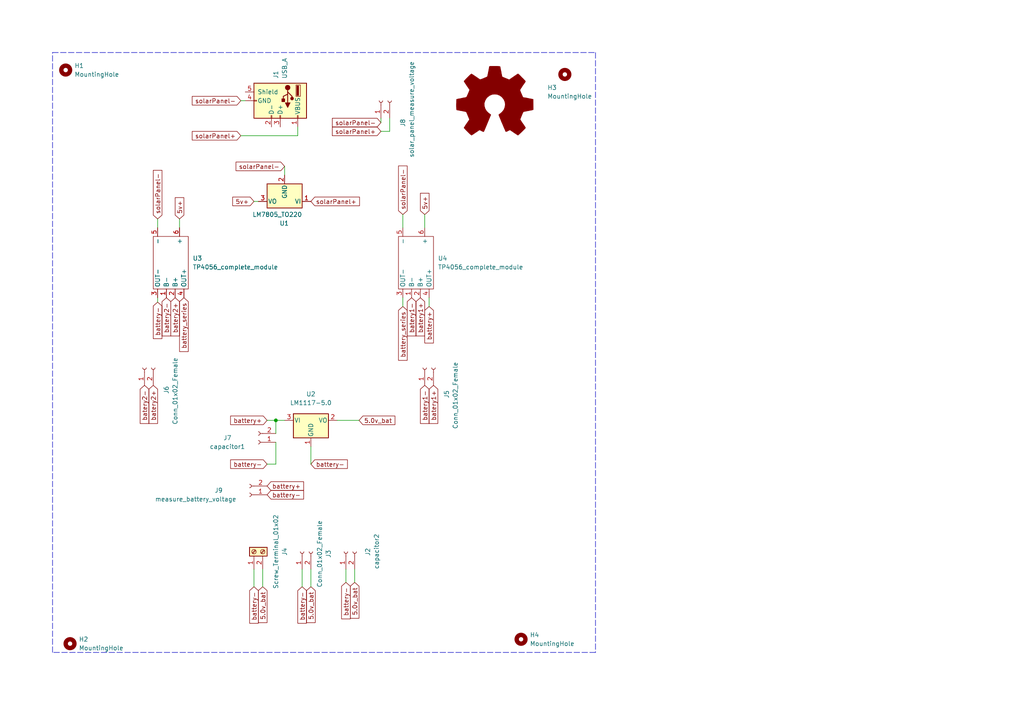
<source format=kicad_sch>
(kicad_sch (version 20211123) (generator eeschema)
  (paper "A4")
  (lib_symbols
    (symbol "Connector:Conn_01x02_Female" (pin_names (offset 1.016) hide)
      (property "Reference" "J" (at 0 2.54 0))
      (property "Value" "Conn_01x02_Female" (at 0 -5.08 0))
      (symbol "Conn_01x02_Female_1_1"
        (arc (start 0 -2.032) (mid -0.508 -2.54) (end 0 -3.048) (stroke (width 0.1524)))
        (polyline (pts (xy -1.27 -2.54) (xy -0.508 -2.54)) (stroke (width 0.1524)))
        (polyline (pts (xy -1.27 0) (xy -0.508 0)) (stroke (width 0.1524)))
        (arc (start 0 0.508) (mid -0.508 0) (end 0 -0.508) (stroke (width 0.1524)))
        (pin passive line (at -5.08 0 0) (length 3.81) (name "Pin_1") (number "1"))
        (pin passive line (at -5.08 -2.54 0) (length 3.81) (name "Pin_2") (number "2"))
      )
    )
    (symbol "Connector:Screw_Terminal_01x02" (pin_names (offset 1.016) hide)
      (property "Reference" "J" (at 0 2.54 0))
      (property "Value" "Screw_Terminal_01x02" (at 0 -5.08 0))
      (symbol "Screw_Terminal_01x02_1_1"
        (rectangle (start -1.27 1.27) (end 1.27 -3.81) (stroke (width 0.254)) (fill (type background)))
        (circle (center 0 -2.54) (radius 0.635) (stroke (width 0.1524)))
        (polyline (pts (xy -0.5334 -2.2098) (xy 0.3302 -3.048)) (stroke (width 0.1524)))
        (polyline (pts (xy -0.5334 0.3302) (xy 0.3302 -0.508)) (stroke (width 0.1524)))
        (polyline (pts (xy -0.3556 -2.032) (xy 0.508 -2.8702)) (stroke (width 0.1524)))
        (polyline (pts (xy -0.3556 0.508) (xy 0.508 -0.3302)) (stroke (width 0.1524)))
        (circle (center 0 0) (radius 0.635) (stroke (width 0.1524)))
        (pin passive line (at -5.08 0 0) (length 3.81) (name "Pin_1") (number "1"))
        (pin passive line (at -5.08 -2.54 0) (length 3.81) (name "Pin_2") (number "2"))
      )
    )
    (symbol "Connector:USB_A" (pin_names (offset 1.016))
      (property "Reference" "J" (at -5.08 11.43 0))
      (property "Value" "USB_A" (at -5.08 8.89 0))
      (symbol "USB_A_0_1"
        (rectangle (start -5.08 -7.62) (end 5.08 7.62) (stroke (width 0.254)) (fill (type background)))
        (circle (center -3.81 2.159) (radius 0.635) (stroke (width 0.254)) (fill (type outline)))
        (rectangle (start -1.524 4.826) (end -4.318 5.334) (fill (type outline)))
        (rectangle (start -1.27 4.572) (end -4.572 5.842))
        (circle (center -0.635 3.429) (radius 0.381) (stroke (width 0.254)) (fill (type outline)))
        (rectangle (start -0.127 -7.62) (end 0.127 -6.858))
        (polyline (pts (xy -3.175 2.159) (xy -2.54 2.159) (xy -1.27 3.429) (xy -0.635 3.429)) (stroke (width 0.254)))
        (polyline (pts (xy -2.54 2.159) (xy -1.905 2.159) (xy -1.27 0.889) (xy 0 0.889)) (stroke (width 0.254)))
        (polyline (pts (xy 0.635 2.794) (xy 0.635 1.524) (xy 1.905 2.159) (xy 0.635 2.794)) (stroke (width 0.254)) (fill (type outline)))
        (rectangle (start 0.254 1.27) (end -0.508 0.508) (stroke (width 0.254)) (fill (type outline)))
        (rectangle (start 5.08 -2.667) (end 4.318 -2.413))
        (rectangle (start 5.08 -0.127) (end 4.318 0.127))
        (rectangle (start 5.08 4.953) (end 4.318 5.207))
      )
      (symbol "USB_A_1_1"
        (polyline (pts (xy -1.905 2.159) (xy 0.635 2.159)) (stroke (width 0.254)))
        (pin power_in line (at 7.62 5.08 180) (length 2.54) (name "VBUS") (number "1"))
        (pin bidirectional line (at 7.62 -2.54 180) (length 2.54) (name "D-") (number "2"))
        (pin bidirectional line (at 7.62 0 180) (length 2.54) (name "D+") (number "3"))
        (pin power_in line (at 0 -10.16 90) (length 2.54) (name "GND") (number "4"))
        (pin passive line (at -2.54 -10.16 90) (length 2.54) (name "Shield") (number "5"))
      )
    )
    (symbol "Graphic:Logo_Open_Hardware_Large" (pin_names (offset 1.016))
      (symbol "Logo_Open_Hardware_Large_1_1"
        (polyline (pts (xy 6.731 -8.7122) (xy 6.6294 -8.6614) (xy 6.35 -8.4836) (xy 5.9944 -8.255) (xy 5.5372 -7.9502) (xy 5.1054 -7.6454) (xy 4.7498 -7.4168) (xy 4.4958 -7.239) (xy 4.3942 -7.1882) (xy 4.318 -7.2136) (xy 4.1148 -7.3152) (xy 3.81 -7.4676) (xy 3.6322 -7.5692) (xy 3.3528 -7.6708) (xy 3.2258 -7.6962) (xy 3.2004 -7.6708) (xy 3.0988 -7.4676) (xy 2.9464 -7.0866) (xy 2.7178 -6.604) (xy 2.4892 -6.0452) (xy 2.2352 -5.4356) (xy 1.9558 -4.826) (xy 1.7272 -4.2164) (xy 1.4986 -3.683) (xy 1.3208 -3.2512) (xy 1.2192 -2.9464) (xy 1.1684 -2.8194) (xy 1.1938 -2.794) (xy 1.3208 -2.667) (xy 1.5748 -2.4892) (xy 2.0828 -2.0574) (xy 2.6162 -1.397) (xy 2.921 -0.6604) (xy 3.048 0.1524) (xy 2.9464 0.9144) (xy 2.6416 1.6256) (xy 2.1336 2.286) (xy 1.524 2.7686) (xy 0.8128 3.0734) (xy 0 3.175) (xy -0.762 3.0988) (xy -1.4986 2.794) (xy -2.159 2.286) (xy -2.4384 1.9812) (xy -2.8194 1.3208) (xy -3.048 0.6096) (xy -3.0734 0.4318) (xy -3.0226 -0.3556) (xy -2.794 -1.0922) (xy -2.3876 -1.7526) (xy -1.8288 -2.3114) (xy -1.7526 -2.3622) (xy -1.4732 -2.5654) (xy -1.2954 -2.6924) (xy -1.1684 -2.8194) (xy -2.159 -5.207) (xy -2.3114 -5.588) (xy -2.5908 -6.2484) (xy -2.8194 -6.8072) (xy -3.0226 -7.2644) (xy -3.1496 -7.5692) (xy -3.2258 -7.6708) (xy -3.2258 -7.6962) (xy -3.302 -7.6962) (xy -3.4798 -7.6454) (xy -3.8354 -7.4676) (xy -4.0386 -7.366) (xy -4.2926 -7.239) (xy -4.4196 -7.1882) (xy -4.5212 -7.239) (xy -4.7498 -7.3914) (xy -5.1054 -7.6454) (xy -5.5372 -7.9248) (xy -5.9436 -8.2042) (xy -6.3246 -8.4582) (xy -6.604 -8.636) (xy -6.731 -8.7122) (xy -6.7564 -8.7122) (xy -6.858 -8.636) (xy -7.0866 -8.4582) (xy -7.4168 -8.1534) (xy -7.874 -7.6962) (xy -7.9502 -7.62) (xy -8.3312 -7.239) (xy -8.636 -6.9088) (xy -8.8392 -6.6802) (xy -8.9154 -6.5786) (xy -8.9154 -6.5786) (xy -8.8392 -6.4516) (xy -8.6614 -6.1722) (xy -8.4328 -5.7912) (xy -8.128 -5.3594) (xy -7.3152 -4.191) (xy -7.7724 -3.0988) (xy -7.8994 -2.7686) (xy -8.0772 -2.3622) (xy -8.2042 -2.0828) (xy -8.255 -1.9558) (xy -8.382 -1.905) (xy -8.6614 -1.8542) (xy -9.0932 -1.7526) (xy -9.6266 -1.651) (xy -10.1092 -1.5748) (xy -10.541 -1.4732) (xy -10.8712 -1.4224) (xy -11.0236 -1.397) (xy -11.049 -1.3716) (xy -11.0744 -1.2954) (xy -11.0998 -1.143) (xy -11.0998 -0.889) (xy -11.1252 -0.4572) (xy -11.1252 0.1524) (xy -11.1252 0.2286) (xy -11.0998 0.8128) (xy -11.0998 1.27) (xy -11.0744 1.5494) (xy -11.0744 1.6764) (xy -11.0744 1.6764) (xy -10.922 1.7018) (xy -10.6172 1.778) (xy -10.16 1.8542) (xy -9.652 1.9558) (xy -9.6012 1.9812) (xy -9.0932 2.0828) (xy -8.636 2.159) (xy -8.3312 2.2352) (xy -8.2042 2.286) (xy -8.1788 2.3114) (xy -8.0772 2.5146) (xy -7.9248 2.8448) (xy -7.747 3.2512) (xy -7.5692 3.6576) (xy -7.4168 4.0386) (xy -7.3152 4.318) (xy -7.2898 4.445) (xy -7.2898 4.445) (xy -7.366 4.572) (xy -7.5438 4.826) (xy -7.7978 5.207) (xy -8.128 5.6642) (xy -8.128 5.6896) (xy -8.4328 6.1468) (xy -8.6868 6.5278) (xy -8.8392 6.7818) (xy -8.9154 6.9088) (xy -8.9154 6.9088) (xy -8.8138 7.0358) (xy -8.5852 7.2898) (xy -8.255 7.6454) (xy -7.874 8.0264) (xy -7.747 8.1534) (xy -7.3152 8.5852) (xy -7.0104 8.8646) (xy -6.8326 8.9916) (xy -6.731 9.0424) (xy -6.731 9.0424) (xy -6.604 8.9408) (xy -6.3246 8.763) (xy -5.9436 8.509) (xy -5.4864 8.2042) (xy -5.461 8.1788) (xy -5.0038 7.874) (xy -4.6482 7.62) (xy -4.3688 7.4422) (xy -4.2672 7.3914) (xy -4.2418 7.3914) (xy -4.064 7.4422) (xy -3.7338 7.5438) (xy -3.3528 7.6962) (xy -2.9464 7.874) (xy -2.5654 8.0264) (xy -2.286 8.1534) (xy -2.159 8.2296) (xy -2.159 8.2296) (xy -2.1082 8.382) (xy -2.032 8.7122) (xy -1.9304 9.1694) (xy -1.8288 9.7282) (xy -1.8034 9.8044) (xy -1.7018 10.3378) (xy -1.6256 10.7696) (xy -1.5748 11.0744) (xy -1.524 11.2014) (xy -1.4478 11.2268) (xy -1.1938 11.2522) (xy -0.8128 11.2522) (xy -0.3302 11.2522) (xy 0.1524 11.2522) (xy 0.6604 11.2522) (xy 1.0668 11.2268) (xy 1.3716 11.2014) (xy 1.4986 11.176) (xy 1.4986 11.176) (xy 1.5494 11.0236) (xy 1.6256 10.6934) (xy 1.7018 10.2108) (xy 1.8288 9.6774) (xy 1.8288 9.5758) (xy 1.9304 9.0424) (xy 2.032 8.6106) (xy 2.0828 8.3058) (xy 2.1336 8.2042) (xy 2.159 8.1788) (xy 2.3876 8.0772) (xy 2.7432 7.9248) (xy 3.175 7.747) (xy 4.191 7.3406) (xy 5.461 8.2042) (xy 5.5626 8.2804) (xy 6.0198 8.5852) (xy 6.3754 8.8392) (xy 6.6294 8.9916) (xy 6.7564 9.0424) (xy 6.7564 9.0424) (xy 6.8834 8.9408) (xy 7.1374 8.7122) (xy 7.4676 8.382) (xy 7.8486 7.9756) (xy 8.1534 7.6962) (xy 8.4836 7.3406) (xy 8.7122 7.112) (xy 8.8392 6.9596) (xy 8.8646 6.858) (xy 8.8646 6.8072) (xy 8.7884 6.6802) (xy 8.6106 6.4008) (xy 8.3312 6.0198) (xy 8.0264 5.588) (xy 7.7978 5.207) (xy 7.5184 4.8006) (xy 7.3406 4.4958) (xy 7.2898 4.3434) (xy 7.2898 4.2926) (xy 7.3914 4.0386) (xy 7.5184 3.683) (xy 7.7216 3.2258) (xy 8.1534 2.2352) (xy 8.7884 2.1082) (xy 9.1948 2.0574) (xy 9.7536 1.9304) (xy 10.2616 1.8288) (xy 11.0998 1.6764) (xy 11.1252 -1.3208) (xy 10.9982 -1.3716) (xy 10.8712 -1.397) (xy 10.5664 -1.4732) (xy 10.1346 -1.5494) (xy 9.6266 -1.651) (xy 9.1948 -1.7272) (xy 8.7376 -1.8288) (xy 8.4328 -1.8796) (xy 8.2804 -1.905) (xy 8.255 -1.9558) (xy 8.1534 -2.159) (xy 7.9756 -2.5146) (xy 7.8232 -2.921) (xy 7.6454 -3.3274) (xy 7.493 -3.7338) (xy 7.366 -4.0132) (xy 7.3406 -4.191) (xy 7.3914 -4.2926) (xy 7.5692 -4.5466) (xy 7.7978 -4.9276) (xy 8.1026 -5.3594) (xy 8.4074 -5.7912) (xy 8.6614 -6.1722) (xy 8.8138 -6.4262) (xy 8.89 -6.5532) (xy 8.8646 -6.6548) (xy 8.6868 -6.858) (xy 8.3566 -7.1882) (xy 7.874 -7.6708) (xy 7.7978 -7.747) (xy 7.3914 -8.128) (xy 7.0612 -8.4328) (xy 6.8326 -8.636) (xy 6.731 -8.7122)) (fill (type outline)))
      )
    )
    (symbol "Mechanical:MountingHole" (pin_names (offset 1.016))
      (property "Reference" "H" (at 0 5.08 0))
      (property "Value" "MountingHole" (at 0 3.175 0))
      (symbol "MountingHole_0_1"
        (circle (center 0 0) (radius 1.27) (stroke (width 1.27)))
      )
    )
    (symbol "Regulator_Linear:LM1117-5.0" (pin_names (offset 0.254))
      (property "Reference" "U" (at -3.81 3.175 0))
      (property "Value" "LM1117-5.0" (at 0 3.175 0))
      (symbol "LM1117-5.0_0_1"
        (rectangle (start -5.08 -5.08) (end 5.08 1.905) (stroke (width 0.254)) (fill (type background)))
      )
      (symbol "LM1117-5.0_1_1"
        (pin power_in line (at 0 -7.62 90) (length 2.54) (name "GND") (number "1"))
        (pin power_out line (at 7.62 0 180) (length 2.54) (name "VO") (number "2"))
        (pin power_in line (at -7.62 0 0) (length 2.54) (name "VI") (number "3"))
      )
    )
    (symbol "Regulator_Linear:LM7805_TO220" (pin_names (offset 0.254))
      (property "Reference" "U" (at -3.81 3.175 0))
      (property "Value" "LM7805_TO220" (at 0 3.175 0))
      (symbol "LM7805_TO220_0_1"
        (rectangle (start -5.08 1.905) (end 5.08 -5.08) (stroke (width 0.254)) (fill (type background)))
      )
      (symbol "LM7805_TO220_1_1"
        (pin power_in line (at -7.62 0 0) (length 2.54) (name "VI") (number "1"))
        (pin power_in line (at 0 -7.62 90) (length 2.54) (name "GND") (number "2"))
        (pin power_out line (at 7.62 0 180) (length 2.54) (name "VO") (number "3"))
      )
    )
    (symbol "smart_sensor:TP4056_complete_module"
      (property "Reference" "U" (at 0 -5.08 0))
      (property "Value" "TP4056_complete_module" (at 0 10.16 0))
      (symbol "TP4056_complete_module_0_1"
        (rectangle (start -7.62 7.62) (end 7.62 -2.54))
      )
      (symbol "TP4056_complete_module_1_1"
        (pin input line (at -10.16 3.81 0) (length 2.54) (name "B-") (number "1"))
        (pin input line (at -10.16 1.27 0) (length 2.54) (name "B+") (number "2"))
        (pin input line (at -10.16 6.35 0) (length 2.54) (name "OUT-") (number "3"))
        (pin input line (at -10.16 -1.27 0) (length 2.54) (name "OUT+") (number "4"))
        (pin input line (at 10.16 6.35 180) (length 2.54) (name "-") (number "5"))
        (pin input line (at 10.16 0 180) (length 2.54) (name "+") (number "6"))
      )
    )
  )
  (junction (at 80.01 121.92))
  (wire (pts (xy 113.03 34.29) (xy 113.03 38.1)))
  (wire (pts (xy 69.85 29.21) (xy 71.12 29.21)))
  (wire (pts (xy 86.36 39.37) (xy 86.36 36.83)))
  (wire (pts (xy 69.85 39.37) (xy 86.36 39.37)))
  (wire (pts (xy 124.46 88.9) (xy 124.46 86.36)))
  (wire (pts (xy 77.47 121.92) (xy 80.01 121.92)))
  (wire (pts (xy 102.87 165.1) (xy 102.87 168.91)))
  (wire (pts (xy 80.01 121.92) (xy 82.55 121.92)))
  (wire (pts (xy 113.03 38.1) (xy 110.49 38.1)))
  (wire (pts (xy 80.01 128.27) (xy 80.01 134.62)))
  (wire (pts (xy 123.19 62.23) (xy 123.19 66.04)))
  (wire (pts (xy 97.79 121.92) (xy 104.14 121.92)))
  (wire (pts (xy 100.33 165.1) (xy 100.33 168.91)))
  (wire (pts (xy 73.66 165.1) (xy 73.66 170.18)))
  (wire (pts (xy 77.47 134.62) (xy 80.01 134.62)))
  (wire (pts (xy 116.84 86.36) (xy 116.84 88.9)))
  (wire (pts (xy 45.72 87.63) (xy 45.72 86.36)))
  (wire (pts (xy 76.2 165.1) (xy 76.2 170.18)))
  (wire (pts (xy 45.72 63.5) (xy 45.72 66.04)))
  (polyline (pts (xy 172.72 189.23) (xy 15.24 189.23)))
  (polyline (pts (xy 172.72 15.24) (xy 172.72 189.23)))
  (polyline (pts (xy 15.24 189.23) (xy 15.24 15.24)))
  (wire (pts (xy 73.66 58.42) (xy 74.93 58.42)))
  (wire (pts (xy 87.63 165.1) (xy 87.63 170.18)))
  (wire (pts (xy 80.01 121.92) (xy 80.01 125.73)))
  (polyline (pts (xy 15.24 15.24) (xy 172.72 15.24)))
  (wire (pts (xy 110.49 34.29) (xy 110.49 35.56)))
  (wire (pts (xy 90.17 165.1) (xy 90.17 170.18)))
  (wire (pts (xy 52.07 63.5) (xy 52.07 66.04)))
  (wire (pts (xy 90.17 129.54) (xy 90.17 134.62)))
  (wire (pts (xy 82.55 48.26) (xy 82.55 50.8)))
  (wire (pts (xy 116.84 62.23) (xy 116.84 66.04)))
  (global_label "batery2-" (shape input) (at 41.91 111.76 270) (property "Intersheet References" "${INTERSHEET_REFS}" (effects hide)))
  (global_label "batery1-" (shape input) (at 123.19 111.76 270) (property "Intersheet References" "${INTERSHEET_REFS}" (effects hide)))
  (global_label "solarPanel+" (shape input) (at 90.17 58.42 0) (property "Intersheet References" "${INTERSHEET_REFS}" (effects hide)))
  (global_label "solarPanel+" (shape input) (at 110.49 38.1 180) (property "Intersheet References" "${INTERSHEET_REFS}" (effects hide)))
  (global_label "battery+" (shape input) (at 124.46 88.9 270) (property "Intersheet References" "${INTERSHEET_REFS}" (effects hide)))
  (global_label "battery-" (shape input) (at 45.72 87.63 270) (property "Intersheet References" "${INTERSHEET_REFS}" (effects hide)))
  (global_label "battery+" (shape input) (at 77.47 121.92 180) (property "Intersheet References" "${INTERSHEET_REFS}" (effects hide)))
  (global_label "batery2-" (shape input) (at 48.26 86.36 270) (property "Intersheet References" "${INTERSHEET_REFS}" (effects hide)))
  (global_label "5v+" (shape input) (at 52.07 63.5 90) (property "Intersheet References" "${INTERSHEET_REFS}" (effects hide)))
  (global_label "5v+" (shape input) (at 123.19 62.23 90) (property "Intersheet References" "${INTERSHEET_REFS}" (effects hide)))
  (global_label "solarPanel-" (shape input) (at 116.84 62.23 90) (property "Intersheet References" "${INTERSHEET_REFS}" (effects hide)))
  (global_label "solarPanel-" (shape input) (at 82.55 48.26 180) (property "Intersheet References" "${INTERSHEET_REFS}" (effects hide)))
  (global_label "battery_series" (shape input) (at 116.84 88.9 270) (property "Intersheet References" "${INTERSHEET_REFS}" (effects hide)))
  (global_label "battery-" (shape input) (at 77.47 134.62 180) (property "Intersheet References" "${INTERSHEET_REFS}" (effects hide)))
  (global_label "batery2+" (shape input) (at 44.45 111.76 270) (property "Intersheet References" "${INTERSHEET_REFS}" (effects hide)))
  (global_label "batery2+" (shape input) (at 50.8 86.36 270) (property "Intersheet References" "${INTERSHEET_REFS}" (effects hide)))
  (global_label "battery_series" (shape input) (at 53.34 86.36 270) (property "Intersheet References" "${INTERSHEET_REFS}" (effects hide)))
  (global_label "battery-" (shape input) (at 73.66 170.18 270) (property "Intersheet References" "${INTERSHEET_REFS}" (effects hide)))
  (global_label "solarPanel+" (shape input) (at 69.85 39.37 180) (property "Intersheet References" "${INTERSHEET_REFS}" (effects hide)))
  (global_label "5.0v_bat" (shape input) (at 104.14 121.92 0) (property "Intersheet References" "${INTERSHEET_REFS}" (effects hide)))
  (global_label "5.0v_bat" (shape input) (at 76.2 170.18 270) (property "Intersheet References" "${INTERSHEET_REFS}" (effects hide)))
  (global_label "solarPanel-" (shape input) (at 110.49 35.56 180) (property "Intersheet References" "${INTERSHEET_REFS}" (effects hide)))
  (global_label "battery-" (shape input) (at 90.17 134.62 0) (property "Intersheet References" "${INTERSHEET_REFS}" (effects hide)))
  (global_label "solarPanel-" (shape input) (at 45.72 63.5 90) (property "Intersheet References" "${INTERSHEET_REFS}" (effects hide)))
  (global_label "batery1-" (shape input) (at 119.38 86.36 270) (property "Intersheet References" "${INTERSHEET_REFS}" (effects hide)))
  (global_label "batery1+" (shape input) (at 125.73 111.76 270) (property "Intersheet References" "${INTERSHEET_REFS}" (effects hide)))
  (global_label "5v+" (shape input) (at 73.66 58.42 180) (property "Intersheet References" "${INTERSHEET_REFS}" (effects hide)))
  (global_label "battery-" (shape input) (at 87.63 170.18 270) (property "Intersheet References" "${INTERSHEET_REFS}" (effects hide)))
  (global_label "solarPanel-" (shape input) (at 69.85 29.21 180) (property "Intersheet References" "${INTERSHEET_REFS}" (effects hide)))
  (global_label "battery-" (shape input) (at 100.33 168.91 270) (property "Intersheet References" "${INTERSHEET_REFS}" (effects hide)))
  (global_label "batery1+" (shape input) (at 121.92 86.36 270) (property "Intersheet References" "${INTERSHEET_REFS}" (effects hide)))
  (global_label "battery-" (shape input) (at 77.47 143.51 0) (property "Intersheet References" "${INTERSHEET_REFS}" (effects hide)))
  (global_label "battery+" (shape input) (at 77.47 140.97 0) (property "Intersheet References" "${INTERSHEET_REFS}" (effects hide)))
  (global_label "5.0v_bat" (shape input) (at 90.17 170.18 270) (property "Intersheet References" "${INTERSHEET_REFS}" (effects hide)))
  (global_label "5.0v_bat" (shape input) (at 102.87 168.91 270) (property "Intersheet References" "${INTERSHEET_REFS}" (effects hide)))
  (symbol (lib_id "Connector:Conn_01x02_Female") (at 41.91 106.68 90) (unit 1)
    (property "Reference" "J6" (at 48.26 114.3 0) (effects (justify left)))
    (property "Value" "Conn_01x02_Female" (at 50.8 123.19 0) (effects (justify left)))
    (property "Footprint" "smart_sensor:Connector_Molex_Molex_SL_171971-0004_1x02_P2.54mm_Vertical_squares" (effects hide))
  )
  (symbol (lib_id "Mechanical:MountingHole") (at 163.83 21.59 0) (unit 1)
    (property "Reference" "H3" (at 158.75 25.4 0) (effects (justify left)))
    (property "Value" "MountingHole" (at 158.75 27.94 0) (effects (justify left)))
    (property "Footprint" "MountingHole:MountingHole_2mm" (effects hide))
  )
  (symbol (lib_id "Graphic:Logo_Open_Hardware_Large") (at 143.51 30.48 0) (unit 1)
    (property "Reference" "#LOGO1" (effects hide))
    (property "Value" "Logo_Open_Hardware_Large" (effects hide))
  )
  (symbol (lib_id "smart_sensor:TP4056_complete_module") (at 123.19 76.2 90) (unit 1)
    (property "Reference" "U4" (at 127 74.9299 90) (effects (justify right)))
    (property "Value" "TP4056_complete_module" (at 127 77.4699 90) (effects (justify right)))
    (property "Footprint" "smart_sensor:tp4056" (effects hide))
  )
  (symbol (lib_id "Mechanical:MountingHole") (at 151.13 185.42 0) (unit 1)
    (property "Reference" "H4" (at 153.67 184.1499 0) (effects (justify left)))
    (property "Value" "MountingHole" (at 153.67 186.6899 0) (effects (justify left)))
    (property "Footprint" "MountingHole:MountingHole_2mm" (effects hide))
  )
  (symbol (lib_id "Mechanical:MountingHole") (at 20.32 186.69 0) (unit 1)
    (property "Reference" "H2" (at 22.86 185.4199 0) (effects (justify left)))
    (property "Value" "MountingHole" (at 22.86 187.9599 0) (effects (justify left)))
    (property "Footprint" "MountingHole:MountingHole_2mm" (effects hide))
  )
  (symbol (lib_id "Connector:Conn_01x02_Female") (at 110.49 29.21 90) (unit 1)
    (property "Reference" "J8" (at 116.84 36.83 0) (effects (justify left)))
    (property "Value" "solar_panel_measure_voltage" (at 119.38 45.72 0) (effects (justify left)))
    (property "Footprint" "smart_sensor:Connector_Molex_Molex_SL_171971-0004_1x02_P2.54mm_Vertical_squares" (effects hide))
  )
  (symbol (lib_id "Connector:Conn_01x02_Female") (at 87.63 160.02 90) (unit 1)
    (property "Reference" "J3" (at 95.25 160.655 0))
    (property "Value" "Conn_01x02_Female" (at 92.71 160.655 0))
    (property "Footprint" "smart_sensor:Connector_Molex_Molex_SL_171971-0004_1x02_P2.54mm_Vertical_squares" (effects hide))
  )
  (symbol (lib_id "Mechanical:MountingHole") (at 19.05 20.32 0) (unit 1)
    (property "Reference" "H1" (at 21.59 19.0499 0) (effects (justify left)))
    (property "Value" "MountingHole" (at 21.59 21.5899 0) (effects (justify left)))
    (property "Footprint" "MountingHole:MountingHole_2mm" (effects hide))
  )
  (symbol (lib_id "Connector:USB_A") (at 81.28 29.21 270) (unit 1)
    (property "Reference" "J1" (at 80.0099 22.86 0) (effects (justify right)))
    (property "Value" "USB_A" (at 82.5499 22.86 0) (effects (justify right)))
    (property "Footprint" "smart_sensor:Connector_USB__USB_A_Molex_67643_Horizontal" (effects hide))
    (property "Datasheet" " ~" (effects hide))
  )
  (symbol (lib_id "Connector:Screw_Terminal_01x02") (at 73.66 160.02 90) (unit 1)
    (property "Reference" "J4" (at 82.55 160.02 0))
    (property "Value" "Screw_Terminal_01x02" (at 80.01 160.02 0))
    (property "Footprint" "smart_sensor:TerminalBlock__TerminalBlock_bornier-2_P5.08mm" (effects hide))
  )
  (symbol (lib_id "Connector:Conn_01x02_Female") (at 100.33 160.02 90) (unit 1)
    (property "Reference" "J2" (at 106.68 161.29 0) (effects (justify left)))
    (property "Value" "capacitor2" (at 109.22 165.1 0) (effects (justify left)))
    (property "Footprint" "smart_sensor:Connector_Molex_Molex_SL_171971-0004_1x02_P2.54mm_Vertical_squares" (effects hide))
  )
  (symbol (lib_id "Connector:Conn_01x02_Female") (at 74.93 128.27 180) (unit 1)
    (property "Reference" "J7" (at 64.77 127 0) (effects (justify right)))
    (property "Value" "capacitor1" (at 71.12 129.54 0) (effects (justify left)))
    (property "Footprint" "smart_sensor:Connector_Molex_Molex_SL_171971-0004_1x02_P2.54mm_Vertical_squares" (effects hide))
  )
  (symbol (lib_id "Connector:Conn_01x02_Female") (at 72.39 143.51 180) (unit 1)
    (property "Reference" "J9" (at 62.23 142.24 0) (effects (justify right)))
    (property "Value" "measure_battery_voltage" (at 68.58 144.78 0) (effects (justify left)))
    (property "Footprint" "smart_sensor:Connector_Molex_Molex_SL_171971-0004_1x02_P2.54mm_Vertical_squares" (effects hide))
  )
  (symbol (lib_id "Regulator_Linear:LM7805_TO220") (at 82.55 58.42 180) (unit 1)
    (property "Reference" "U1" (at 83.82 64.77 0) (effects (justify left)))
    (property "Value" "LM7805_TO220" (at 87.63 62.23 0) (effects (justify left)))
    (property "Footprint" "smart_sensor:Package_TO_SOT_THT__TO-220-3_Vertical_solar_charger" (effects hide))
    (property "Datasheet" "https://www.onsemi.cn/PowerSolutions/document/MC7800-D.PDF" (effects hide))
  )
  (symbol (lib_id "Regulator_Linear:LM1117-5.0") (at 90.17 121.92 0) (unit 1)
    (property "Reference" "U2" (at 90.17 114.3 0))
    (property "Value" "LM1117-5.0" (at 90.17 116.84 0))
    (property "Footprint" "Package_TO_SOT_SMD:SOT-223-3_TabPin2" (effects hide))
    (property "Datasheet" "http://www.ti.com/lit/ds/symlink/lm1117.pdf" (effects hide))
  )
  (symbol (lib_id "smart_sensor:TP4056_complete_module") (at 52.07 76.2 90) (unit 1)
    (property "Reference" "U3" (at 55.88 74.9299 90) (effects (justify right)))
    (property "Value" "TP4056_complete_module" (at 55.88 77.4699 90) (effects (justify right)))
    (property "Footprint" "smart_sensor:tp4056" (effects hide))
  )
  (symbol (lib_id "Connector:Conn_01x02_Female") (at 123.19 106.68 90) (unit 1)
    (property "Reference" "J5" (at 129.54 115.57 0) (effects (justify left)))
    (property "Value" "Conn_01x02_Female" (at 132.08 124.46 0) (effects (justify left)))
    (property "Footprint" "smart_sensor:Connector_Molex_Molex_SL_171971-0004_1x02_P2.54mm_Vertical_squares" (effects hide))
  )
)
</source>
